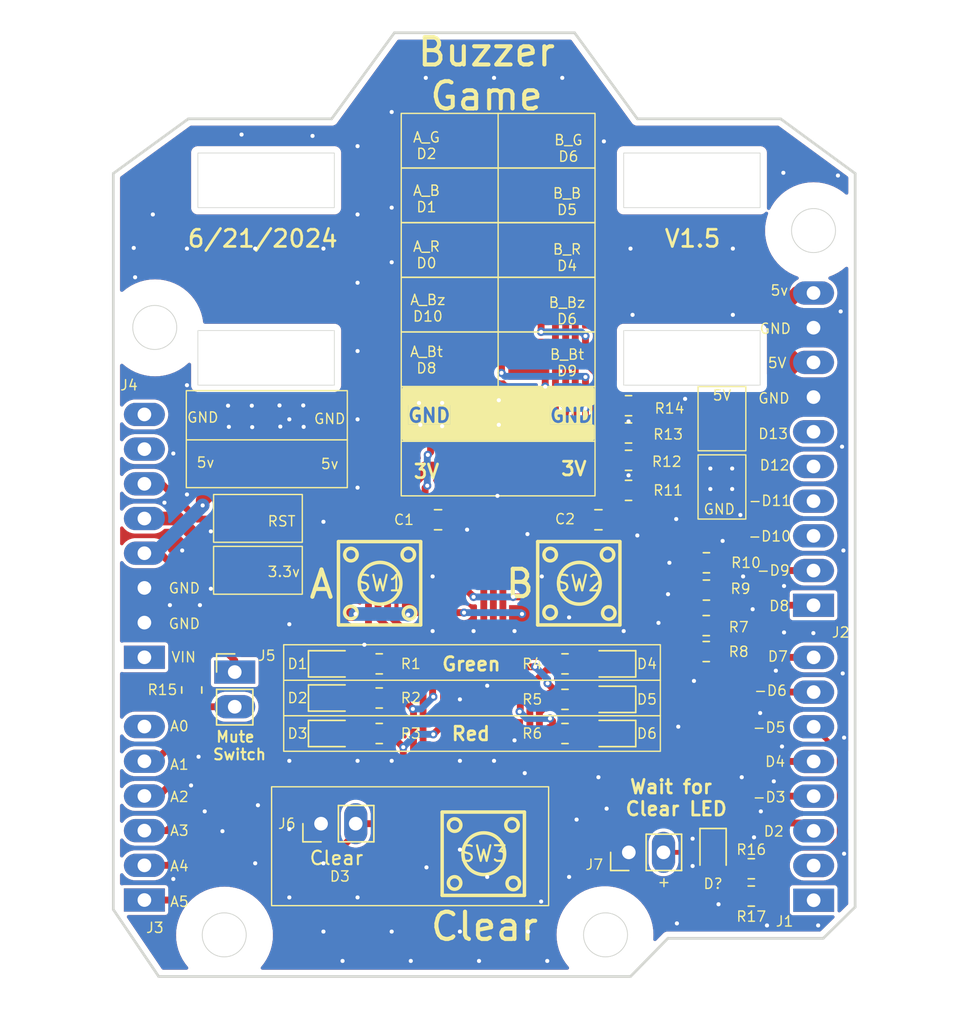
<source format=kicad_pcb>
(kicad_pcb (version 20240108) (generator "pcbnew") (generator_version "8.0")
  (layers (0 "F.Cu" signal) (31 "B.Cu" signal) (34 "B.Paste" user) (35 "F.Paste" user) (36 "B.SilkS" user "B.Silkscreen") (37 "F.SilkS" user "F.Silkscreen") (38 "B.Mask" user) (39 "F.Mask" user) (44 "Edge.Cuts" user))
  (net 0 "")
  (net 1 "GND")
  (net 2 "ICC2")
  (net 3 "ICC3")
  (net 4 "ICC4")
  (net 5 "LEDGND")
  (net 6 "ARED")
  (net 7 "ABLUE")
  (net 8 "AGREEN")
  (net 9 "BRED")
  (net 10 "BBLUE")
  (net 11 "BGREEN")
  (net 12 "ICC1")
  (net 13 "ICC5")
  (net 14 "ICC6")
  (net 15 "3v")
  (net 16 "A_Button")
  (net 17 "A_Buzzer")
  (net 18 "B_Buzzer")
  (net 19 "5V")
  (net 20 "RST")
  (net 21 "VIN")
  (net 22 "LEDGND1")
  (net 23 "B_Buzz_Out")
  (net 24 "A_Buzz_Out")
  (net 25 "B_Button1")
  (net 26 "Clear1")
  (net 27 "Net-(H12-Pin_5)")
  (net 28 "Net-(H12-Pin_6)")
  (net 29 "Net-(H13-Pin_4)")
  (net 30 "Mute")
  (net 31 "WaitforClear")
  (net 32 "WFC")
  (net 33 "ICC9")
  (footprint "Connector_PinHeader_2.54mm:PinHeader_1x02_P2.54mm_Vertical" (layer "F.Cu") (at 133.825 118.85 90)
    (property "Reference" "J6")
    (property "Value" " ")
  )
  (footprint "LED_SMD:LED_0805_2012Metric" (layer "F.Cu") (at 155.2 107.15 180)
    (property "Reference" "D4")
    (property "Value" "Green")
  )
  (footprint "Resistor_SMD:R_0805_2012Metric" (layer "F.Cu") (at 124.35 109.0625 -90)
    (property "Reference" "R15")
    (property "Value" "10R")
  )
  (footprint "Connector_PinHeader_2.54mm:PinHeader_1x07_P2.54mm_Vertical" (layer "F.Cu") (at 119.95 96.55 -90)
    (property "Reference" "J1" (hide yes))
    (property "Value" " " (hide yes))
  )
  (footprint "Connector_PinHeader_2.54mm:PinHeader_1x07_P2.54mm_Vertical" (layer "F.Cu") (at 119.95 100.35 -90)
    (property "Reference" "J1" (hide yes))
    (property "Value" " " (hide yes))
  )
  (footprint "Capacitor_SMD:C_0805_2012Metric" (layer "F.Cu") (at 154.15 96.6 180)
    (property "Reference" "C2")
    (property "Value" "10K")
  )
  (footprint "Resistor_SMD:R_0805_2012Metric" (layer "F.Cu") (at 165.35 122.15)
    (property "Reference" "R16")
    (property "Value" "10R")
  )
  (footprint "Resistor_SMD:R_0805_2012Metric" (layer "F.Cu") (at 151.7 109.75 180)
    (property "Reference" "R5")
    (property "Value" "10R")
  )
  (footprint "Resistor_SMD:R_0805_2012Metric" (layer "F.Cu") (at 162.0625 101.75 180)
    (property "Reference" "R9")
    (property "Value" "10K")
  )
  (footprint "Resistor_SMD:R_0805_2012Metric" (layer "F.Cu") (at 162.0625 99.75 180)
    (property "Reference" "R10")
    (property "Value" "10K")
  )
  (footprint "Resistor_SMD:R_0805_2012Metric" (layer "F.Cu") (at 156.35625 90.25 180)
    (property "Reference" "R13")
    (property "Value" "10K")
  )
  (footprint "Connector_PinHeader_2.54mm:PinHeader_1x07_P2.54mm_Vertical" (layer "F.Cu") (at 149.05 84.85 180)
    (property "Reference" "J1" (hide yes))
    (property "Value" " " (hide yes))
  )
  (footprint "Connector_PinHeader_2.54mm:PinHeader_1x08_P2.54mm_Vertical" (layer "F.Cu") (at 169.92 124.455 180)
    (property "Reference" "J1")
    (property "Value" " " (hide yes))
  )
  (footprint "Resistor_SMD:R_0805_2012Metric" (layer "F.Cu") (at 156.35625 88.25 180)
    (property "Reference" "R14")
    (property "Value" "10K")
  )
  (footprint "LED_SMD:LED_0805_2012Metric" (layer "F.Cu") (at 134.5875 112.25)
    (property "Reference" "D3")
    (property "Value" "Green")
  )
  (footprint "Connector_PinHeader_2.54mm:PinHeader_1x07_P2.54mm_Vertical" (layer "F.Cu") (at 155.15 93.55 -90)
    (property "Reference" "GND" (hide yes))
    (property "Value" " " (hide yes))
  )
  (footprint "Resistor_SMD:R_0805_2012Metric" (layer "F.Cu") (at 151.7 107.15 180)
    (property "Reference" "R4")
    (property "Value" "10R")
  )
  (footprint "Connector_PinHeader_2.54mm:PinHeader_1x08_P2.54mm_Vertical" (layer "F.Cu") (at 120.88 106.67 180)
    (property "Reference" "J4")
    (property "Value" " ")
  )
  (footprint "LED_SMD:LED_0805_2012Metric" (layer "F.Cu") (at 134.5875 109.65)
    (property "Reference" "D2")
    (property "Value" "Green")
  )
  (footprint "Resistor_SMD:R_0805_2012Metric" (layer "F.Cu") (at 162.05 104.35 180)
    (property "Reference" "R7")
    (property "Value" "10K")
  )
  (footprint "Connector_PinHeader_2.54mm:PinHeader_1x10_P2.54mm_Vertical" (layer "F.Cu") (at 169.91 102.86 180)
    (property "Reference" "J2")
    (property "Value" " ")
  )
  (footprint "Resistor_SMD:R_0805_2012Metric" (layer "F.Cu") (at 162.05 106.25 180)
    (property "Reference" "R8")
    (property "Value" "2K")
  )
  (footprint "Connector_PinHeader_2.54mm:PinHeader_1x07_P2.54mm_Vertical" (layer "F.Cu") (at 119.87 88.93 -90)
    (property "Reference" "GND" (hide yes))
    (property "Value" " " (hide yes))
  )
  (footprint "Resistor_SMD:R_0805_2012Metric" (layer "F.Cu") (at 156.35625 92.25 180)
    (property "Reference" "R12")
    (property "Value" "10K")
  )
  (footprint "easyeda:KEY-SMD_4P-L6.0-W6.0-P4.50-LS9.0" (layer "F.Cu") (at 145.75 121.05)
    (property "Reference" "SW3")
    (property "Value" " " (hide yes))
  )
  (footprint "LED_SMD:LED_0805_2012Metric" (layer "F.Cu") (at 155.2 112.25 180)
    (property "Reference" "D6")
    (property "Value" "Green")
  )
  (footprint "Resistor_SMD:R_0805_2012Metric" (layer "F.Cu") (at 138.0875 109.65)
    (property "Reference" "R2")
    (property "Value" "2K")
  )
  (footprint "Resistor_SMD:R_0805_2012Metric" (layer "F.Cu") (at 138.0875 112.25)
    (property "Reference" "R3")
    (property "Value" "2K")
  )
  (footprint "Connector_PinHeader_2.54mm:PinHeader_1x07_P2.54mm_Vertical" (layer "F.Cu") (at 131.62 100.53)
    (property "Reference" "J1" (hide yes))
    (property "Value" " " (hide yes))
  )
  (footprint "LED_SMD:LED_0805_2012Metric" (layer "F.Cu") (at 162.55 120.8875 -90)
    (property "Reference" "D?")
    (property "Value" "White" (hide yes))
  )
  (footprint "Connector_PinHeader_2.54mm:PinHeader_1x07_P2.54mm_Vertical" (layer "F.Cu") (at 123.64 88.91 -90)
    (property "Reference" "GND" (hide yes))
    (property "Value" " " (hide yes))
  )
  (footprint "Resistor_SMD:R_0805_2012Metric" (layer "F.Cu") (at 165.35 124.15)
    (property "Reference" "R17")
    (property "Value" "10R")
  )
  (footprint "easyeda:KEY-SMD_4P-L6.0-W6.0-P4.50-LS9.0" (layer "F.Cu") (at 138.15 101.25)
    (property "Reference" "SW1")
    (property "Value" " " (hide yes))
  )
  (footprint "Resistor_SMD:R_0805_2012Metric" (layer "F.Cu") (at 151.7 112.25 180)
    (property "Reference" "R6")
    (property "Value" "2K")
  )
  (footprint "Resistor_SMD:R_0805_2012Metric" (layer "F.Cu") (at 156.35625 94.45 180)
    (property "Reference" "R11")
    (property "Value" "10K")
  )
  (footprint "LED_SMD:LED_0805_2012Metric" (layer "F.Cu") (at 155.2 109.75 180)
    (property "Reference" "D5")
    (property "Value" "Green")
  )
  (footprint "Connector_PinHeader_2.54mm:PinHeader_1x06_P2.54mm_Vertical" (layer "F.Cu") (at 120.88 124.44 180)
    (property "Reference" "J3")
    (property "Value" " ")
  )
  (footprint "Connector_PinHeader_2.54mm:PinHeader_1x07_P2.54mm_Vertical" (layer "F.Cu") (at 127.82 100.53)
    (property "Reference" "J1" (hide yes))
    (property "Value" " " (hide yes))
  )
  (footprint "Resistor_SMD:R_0805_2012Metric" (layer "F.Cu") (at 138.0875 107.15)
    (property "Reference" "R1")
    (property "Value" "2K")
  )
  (footprint "easyeda:KEY-SMD_4P-L6.0-W6.0-P4.50-LS9.0" (layer "F.Cu") (at 152.75 101.25)
    (property "Reference" "SW2")
    (property "Value" " " (hide yes))
  )
  (footprint "LED_SMD:LED_0805_2012Metric" (layer "F.Cu") (at 134.5875 107.15)
    (property "Reference" "D1")
    (property "Value" "Green")
  )
  (footprint "Capacitor_SMD:C_0805_2012Metric" (layer "F.Cu") (at 142.4 96.6 180)
    (property "Reference" "C1")
    (property "Value" "10K")
  )
  (footprint "Connector_PinHeader_2.54mm:PinHeader_1x02_P2.54mm_Vertical" (layer "F.Cu") (at 127.5 107.75)
    (property "Reference" "J5")
    (property "Value" " ")
  )
  (footprint "Connector_PinHeader_2.54mm:PinHeader_1x07_P2.54mm_Vertical" (layer "F.Cu") (at 155.15 89.75 -90)
    (property "Reference" "J1" (hide yes))
    (property "Value" " " (hide yes))
  )
  (footprint "Connector_PinHeader_2.54mm:PinHeader_1x02_P2.54mm_Vertical" (layer "F.Cu") (at 156.375 120.95 90)
    (property "Reference" "J7")
    (property "Value" " ")
  )
  (footprint "Connector_PinHeader_2.54mm:PinHeader_1x07_P2.54mm_Vertical" (layer "F.Cu") (at 144.65 84.85 180)
    (property "Reference" "J1" (hide yes))
    (property "Value" " " (hide yes))
  )
  (gr_rect (start 131.0875 108.35) (end 158.6875 110.95) (stroke (width 0.1)) (fill none) (layer "F.SilkS"))
  (gr_rect (start 139.7 82.85) (end 153.9 86.85) (stroke (width 0.1)) (fill none) (layer "F.SilkS"))
  (gr_rect (start 161.45 86.85) (end 164.95 91.55) (stroke (width 0.1)) (fill none) (layer "F.SilkS"))
  (gr_rect (start 139.7 74.85) (end 153.9 78.85) (stroke (width 0.1)) (fill none) (layer "F.SilkS"))
  (gr_rect (start 123.95 87.15) (end 135.75 90.75) (stroke (width 0.1)) (fill none) (layer "F.SilkS"))
  (gr_rect (start 139.7 90.85) (end 153.9 94.85) (stroke (width 0.1)) (fill none) (layer "F.SilkS"))
  (gr_rect (start 139.7 86.85) (end 153.9 90.85) (stroke (width 0.1)) (fill none) (layer "F.SilkS"))
  (gr_rect (start 139.7 70.85) (end 153.9 74.85) (stroke (width 0.1)) (fill none) (layer "F.SilkS"))
  (gr_rect (start 131.0875 105.75) (end 158.6875 108.35) (stroke (width 0.1)) (fill none) (layer "F.SilkS"))
  (gr_rect (start 125.95 94.75) (end 132.45 98.25) (stroke (width 0.1)) (fill none) (layer "F.SilkS"))
  (gr_line (start 146.8 66.85) (end 146.8 86.85) (stroke (width 0.1)) (layer "F.SilkS"))
  (gr_rect (start 131.0875 110.95) (end 158.6875 113.55) (stroke (width 0.1)) (fill none) (layer "F.SilkS"))
  (gr_rect (start 130.2 116.15) (end 150.5 124.85) (stroke (width 0.1)) (fill none) (layer "F.SilkS"))
  (gr_rect (start 123.95 90.75) (end 135.75 94.25) (stroke (width 0.1)) (fill none) (layer "F.SilkS"))
  (gr_rect (start 161.45 91.85) (end 164.95 96.55) (stroke (width 0.1)) (fill none) (layer "F.SilkS"))
  (gr_rect (start 139.7 66.85) (end 153.9 70.85) (stroke (width 0.1)) (fill none) (layer "F.SilkS"))
  (gr_rect (start 125.95 98.55) (end 132.45 102.05) (stroke (width 0.1)) (fill none) (layer "F.SilkS"))
  (gr_rect (start 139.7 78.85) (end 153.9 82.85) (stroke (width 0.1)) (fill none) (layer "F.SilkS"))
  (gr_line (start 124.1 67.25) (end 118.6 71.25) (stroke (width 0.2)) (layer "Edge.Cuts"))
  (gr_rect (start 156 82.75) (end 166 86.75) (stroke (width 0.05)) (fill none) (layer "Edge.Cuts"))
  (gr_circle (center 126.73 126.99) (end 128.342452 126.99) (stroke (width 0.06)) (fill none) (layer "Edge.Cuts"))
  (gr_line (start 156.496 130.04) (end 159.24 127.244) (stroke (width 0.2)) (layer "Edge.Cuts"))
  (gr_line (start 167.5 67.25) (end 157 67.25) (stroke (width 0.2)) (layer "Edge.Cuts"))
  (gr_line (start 152.4 60.95) (end 139.2 60.95) (stroke (width 0.2)) (layer "Edge.Cuts"))
  (gr_line (start 157 67.25) (end 152.4 60.95) (stroke (width 0.2)) (layer "Edge.Cuts"))
  (gr_circle (center 169.91 75.43) (end 171.522452 75.43) (stroke (width 0.06)) (fill none) (layer "Edge.Cuts"))
  (gr_line (start 172.956 124.958) (end 172.96 71.25) (stroke (width 0.2)) (layer "Edge.Cuts"))
  (gr_line (start 118.6 71.25) (end 118.6 125.13) (stroke (width 0.2)) (layer "Edge.Cuts"))
  (gr_line (start 159.24 127.244) (end 170.621 127.244) (stroke (width 0.2)) (layer "Edge.Cuts"))
  (gr_rect (start 124.8 82.75) (end 134.8 86.75) (stroke (width 0.05)) (fill none) (layer "Edge.Cuts"))
  (gr_line (start 139.2 60.95) (end 134.6 67.25) (stroke (width 0.2)) (layer "Edge.Cuts"))
  (gr_line (start 172.96 71.25) (end 167.5 67.25) (stroke (width 0.2)) (layer "Edge.Cuts"))
  (gr_circle (center 121.64 82.522451) (end 123.252452 82.522451) (stroke (width 0.06)) (fill none) (layer "Edge.Cuts"))
  (gr_rect (start 124.8 69.75) (end 134.8 73.75) (stroke (width 0.05)) (fill none) (layer "Edge.Cuts"))
  (gr_line (start 170.621 127.244) (end 172.956 124.958) (stroke (width 0.2)) (layer "Edge.Cuts"))
  (gr_circle (center 154.67 126.99) (end 156.282452 126.99) (stroke (width 0.06)) (fill none) (layer "Edge.Cuts"))
  (gr_line (start 121.93 130.04) (end 156.496 130.04) (stroke (width 0.2)) (layer "Edge.Cuts"))
  (gr_rect (start 156 69.75) (end 166 73.75) (stroke (width 0.05)) (fill none) (layer "Edge.Cuts"))
  (gr_line (start 134.6 67.25) (end 124.1 67.25) (stroke (width 0.2)) (layer "Edge.Cuts"))
  (gr_line (start 118.6 125.13) (end 121.93 130.04) (stroke (width 0.2)) (layer "Edge.Cuts"))
  (gr_text "GND" (at 122.6 104.65 0) (layer "F.SilkS") (effects (font (size 0.75 0.75) (thickness 0.1)) (justify left bottom)))
  (gr_text "D7" (at 166.5 107.05 0) (layer "F.SilkS") (effects (font (size 0.75 0.75) (thickness 0.1)) (justify left bottom)))
  (gr_text "B_G\nD6" (at 151.95 70.45 0) (layer "F.SilkS") (effects (font (size 0.75 0.75) (thickness 0.1)) (justify bottom)))
  (gr_text "-D6" (at 165.5 109.55 0) (layer "F.SilkS") (effects (font (size 0.75 0.75) (thickness 0.1)) (justify left bottom)))
  (gr_text "-D10" (at 165.08 98.25 0) (layer "F.SilkS") (effects (font (size 0.75 0.75) (thickness 0.1)) (justify left bottom)))
  (gr_text "5V" (at 166.5 85.560522 0) (layer "F.SilkS") (effects (font (size 0.75 0.75) (thickness 0.1)) (justify left bottom)))
  (gr_text "A_G\nD2" (at 141.55 70.25 0) (layer "F.SilkS") (effects (font (size 0.75 0.75) (thickness 0.1)) (justify bottom)))
  (gr_text "B_Bz\nD6" (at 151.85 82.35 0) (layer "F.SilkS") (effects (font (size 0.75 0.75) (thickness 0.1)) (justify bottom)))
  (gr_text "Red" (at 143.2875 112.85 0) (layer "F.SilkS") (effects (font (size 1 1) (thickness 0.2) (bold yes)) (justify left bottom)))
  (gr_text "A5" (at 122.7 125 0) (layer "F.SilkS") (effects (font (size 0.75 0.75) (thickness 0.1)) (justify left bottom)))
  (gr_text "GND" (at 123.95 89.55 0) (layer "F.SilkS") (effects (font (size 0.75 0.75) (thickness 0.1)) (justify left bottom)))
  (gr_text "D4" (at 166.3 114.75 0) (layer "F.SilkS") (effects (font (size 0.75 0.75) (thickness 0.1)) (justify left bottom)))
  (gr_text "5v" (at 124.65 92.85 0) (layer "F.SilkS") (effects (font (size 0.75 0.75) (thickness 0.1)) (justify left bottom)))
  (gr_text "GND" (at 141.75 89.55 0) (layer "F.SilkS" knockout) (effects (font (size 1 1) (thickness 0.2) (bold yes)) (justify bottom)))
  (gr_text "5V" (at 162.460679 87.932177 0) (layer "F.SilkS") (effects (font (size 0.75 0.75) (thickness 0.1)) (justify left bottom)))
  (gr_text "A1" (at 122.7 114.960522 0) (layer "F.SilkS") (effects (font (size 0.75 0.75) (thickness 0.1)) (justify left bottom)))
  (gr_text "A_B\nD1" (at 141.55 74.15 0) (layer "F.SilkS") (effects (font (size 0.75 0.75) (thickness 0.1)) (justify bottom)))
  (gr_text "A_Bt\nD8" (at 141.55 85.95 0) (layer "F.SilkS") (effects (font (size 0.75 0.75) (thickness 0.1)) (justify bottom)))
  (gr_text "D3" (at 136 123.15 0) (layer "F.SilkS") (effects (font (size 0.75 0.75) (thickness 0.1)) (justify right bottom)))
  (gr_text "Buzzer\nGame" (at 145.95 66.75 0) (layer "F.SilkS") (effects (font (size 2 2) (thickness 0.3)) (justify bottom)))
  (gr_text "GND" (at 161.796393 96.267893 0) (layer "F.SilkS") (effects (font (size 0.75 0.75) (thickness 0.1)) (justify left bottom)))
  (gr_text "GND" (at 122.6 102.05 0) (layer "F.SilkS") (effects (font (size 0.75 0.75) (thickness 0.1)) (justify left bottom)))
  (gr_text "A0" (at 122.7 112.15 0) (layer "F.SilkS") (effects (font (size 0.75 0.75) (thickness 0.1)) (justify left bottom)))
  (gr_text "Clear" (at 141.7 127.55 0) (layer "F.SilkS") (effects (font (size 2 2) (thickness 0.3)) (justify left bottom)))
  (gr_text "D13" (at 165.8 90.75 0) (layer "F.SilkS") (effects (font (size 0.75 0.75) (thickness 0.1)) (justify left bottom)))
  (gr_text "B_B\nD5" (at 151.85 74.35 0) (layer "F.SilkS") (effects (font (size 0.75 0.75) (thickness 0.1)) (justify bottom)))
  (gr_text "GND" (at 133.25 89.65 0) (layer "F.SilkS") (effects (font (size 0.75 0.75) (thickness 0.1)) (justify left bottom)))
  (gr_text "Clear" (at 132.9 121.95 0) (layer "F.SilkS") (effects (font (size 1 1)) (justify left bottom)))
  (gr_text "A" (at 132.8 102.5 0) (layer "F.SilkS") (effects (font (size 2 2) (thickness 0.3)) (justify left bottom)))
  (gr_text "A2" (at 122.7 117.324807 0) (layer "F.SilkS") (effects (font (size 0.75 0.75) (thickness 0.1)) (justify left bottom)))
  (gr_text "B" (at 147.2 102.45 0) (layer "F.SilkS") (effects (font (size 2 2) (thickness 0.3)) (justify left bottom)))
  (gr_text "-D5" (at 165.4 112.25 0) (layer "F.SilkS") (effects (font (size 0.75 0.75) (thickness 0.1)) (justify left bottom)))
  (gr_text "3V" (at 141.55 93.65 0) (layer "F.SilkS") (effects (font (size 1 1) (thickness 0.2) (bold yes)) (justify bottom)))
  (gr_text "GND" (at 165.9 83.05 0) (layer "F.SilkS") (effects (font (size 0.75 0.75) (thickness 0.1)) (justify left bottom)))
  (gr_text "A_Bz\nD10" (at 141.65 82.15 0) (layer "F.SilkS") (effects (font (size 0.75 0.75) (thickness 0.1)) (justify bottom)))
  (gr_text "B_Bt\nD9" (at 151.85 86.15 0) (layer "F.SilkS") (effects (font (size 0.75 0.75) (thickness 0.1)) (justify bottom)))
  (gr_text "B_R\nD4" (at 151.85 78.45 0) (layer "F.SilkS") (effects (font (size 0.75 0.75) (thickness 0.1)) (justify bottom)))
  (gr_text "A3" (at 122.7 119.8 0) (layer "F.SilkS") (effects (font (size 0.75 0.75) (thickness 0.1)) (justify left bottom)))
  (gr_text "VIN" (at 122.8 107.1 0) (layer "F.SilkS") (effects (font (size 0.75 0.75) (thickness 0.1)) (justify left bottom)))
  (gr_text "D2" (at 166.2 119.85 0) (layer "F.SilkS") (effects (font (size 0.75 0.75) (thickness 0.1)) (justify left bottom)))
  (gr_text "5v" (at 133.75 92.95 0) (layer "F.SilkS") (effects (font (size 0.75 0.75) (thickness 0.1)) (justify left bottom)))
  (gr_text "V1.5" (at 161.05 76.75 0) (layer "F.SilkS") (effects (font (size 1.25 1.25) (thickness 0.2)) (justify bottom)))
  (gr_text "Wait for \nClear LED" (at 159.85 118.35 0) (layer "F.SilkS") (effects (font (size 1 1) (thickness 0.2) (bold yes)) (justify bottom)))
  (gr_text "A_R\nD0" (at 141.55 78.25 0) (layer "F.SilkS") (effects (font (size 0.75 0.75) (thickness 0.1)) (justify bottom)))
  (gr_text "-D3" (at 165.4 117.35 0) (layer "F.SilkS") (effects (font (size 0.75 0.75) (thickness 0.1)) (justify left bottom)))
  (gr_text "3V" (at 152.35 93.45 0) (layer "F.SilkS") (effects (font (size 1 1) (thickness 0.2) (bold yes)) (justify bottom)))
  (gr_text "5v" (at 166.7 80.25 0) (layer "F.SilkS") (effects (font (size 0.75 0.75) (thickness 0.1)) (justify left bottom)))
  (gr_text "RST" (at 129.85 97.15 0) (layer "F.SilkS") (effects (font (size 0.75 0.75) (thickness 0.1)) (justify left bottom)))
  (gr_text "GND" (at 165.8 88.15 0) (layer "F.SilkS") (effects (font (size 0.75 0.75) (thickness 0.1)) (justify left bottom)))
  (gr_text "+" (at 158.95 123.55 0) (layer "F.SilkS") (effects (font (size 0.75 0.75) (thickness 0.1)) (justify bottom)))
  (gr_text "3.3v" (at 129.85 100.85 0) (layer "F.SilkS") (effects (font (size 0.75 0.75) (thickness 0.1)) (justify left bottom)))
  (gr_text "D12" (at 165.9 93.05 0) (layer "F.SilkS") (effects (font (size 0.75 0.75) (thickness 0.1)) (justify left bottom)))
  (gr_text "-D9" (at 165.7 100.75 0) (layer "F.SilkS") (effects (font (size 0.75 0.75) (thickness 0.1)) (justify left bottom)))
  (gr_text "Mute \nSwitch" (at 127.85 114.25 0) (layer "F.SilkS") (effects (font (size 0.8 0.8) (thickness 0.15) (bold yes)) (justify bottom)))
  (gr_text "6/21/2024" (at 129.55 76.75 0) (layer "F.SilkS") (effects (font (size 1.25 1.25) (thickness 0.2)) (justify bottom)))
  (gr_text "A4" (at 122.7 122.4 0) (layer "F.SilkS") (effects (font (size 0.75 0.75) (thickness 0.1)) (justify left bottom)))
  (gr_text "GND" (at 152.15 89.55 0) (layer "F.SilkS" knockout) (effects (font (size 1 1) (thickness 0.2) (bold yes)) (justify bottom)))
  (gr_text "Green" (at 142.5875 107.75 0) (layer "F.SilkS") (effects (font (size 1 1) (thickness 0.2) (bold yes)) (justify left bottom)))
  (gr_text "-D11" (at 165.1 95.65 0) (layer "F.SilkS") (effects (font (size 0.75 0.75) (thickness 0.1)) (justify left bottom)))
  (gr_text "D8" (at 166.6 103.35 0) (layer "F.SilkS") (effects (font (size 0.75 0.75) (thickness 0.1)) (justify left bottom)))
  (segment (start 143.275 96.675) (end 143.875 96.675) (width 0.5) (layer "F.Cu") (net 1))
  (segment (start 143.875 96.675) (end 144.525 97.325) (width 0.5) (layer "F.Cu") (net 1))
  (segment (start 153.15 97.05) (end 153.1 97.05) (width 0.5) (layer "F.Cu") (net 1))
  (segment (start 149.95 123.3) (end 149.95 124.55) (width 0.5) (layer "F.Cu") (net 1))
  (segment (start 157.26875 88.4875) (end 156.35625 89.4) (width 0.5) (layer "F.Cu") (net 1))
  (segment (start 157.26875 94.2625) (end 156.35625 93.35) (width 0.5) (layer "F.Cu") (net 1))
  (segment (start 141.55 123.3) (end 141.55 122.05) (width 0.5) (layer "F.Cu") (net 1))
  (via (at 171.7 71.4) (size 0.6) (drill 0.3) (layers "F.Cu" "B.Cu") (net 1))
  (via (at 136.5 84.25) (size 0.6) (drill 0.3) (layers "F.Cu" "B.Cu") (net 1))
  (via (at 131.5 89.25) (size 0.6) (drill 0.3) (layers "F.Cu" "B.Cu") (net 1))
  (via (at 160 111.75) (size 0.6) (drill 0.3) (layers "F.Cu" "B.Cu") (net 1))
  (via (at 164.55 96.25) (size 0.6) (drill 0.3) (layers "F.Cu" "B.Cu") (net 1))
  (via (at 134 76.75) (size 0.6) (drill 0.3) (layers "F.Cu" "B.Cu") (net 1))
  (via (at 152 122.75) (size 0.6) (drill 0.3) (layers "F.Cu" "B.Cu") (net 1))
  (via (at 128.78 89.82) (size 0.6) (drill 0.3) (layers "F.Cu" "B.Cu") (net 1))
  (via (at 137 105.75) (size 0.6) (drill 0.3) (layers "F.Cu" "B.Cu") (net 1))
  (via (at 166.5 126.3) (size 0.6) (drill 0.3) (layers "F.Cu" "B.Cu") (net 1))
  (via (at 136.5 69.25) (size 0.6) (drill 0.3) (layers "F.Cu" "B.Cu") (net 1))
  (via (at 149.95 124.55) (size 0.6) (drill 0.3) (layers "F.Cu" "B.Cu") (net 1))
  (via (at 163.95 92.85) (size 0.6) (drill 0.3) (layers "F.Cu" "B.Cu") (net 1))
  (via (at 130.78 88.23) (size 0.6) (drill 0.3) (layers "F.Cu" "B.Cu") (net 1))
  (via (at 144 120.75) (size 0.6) (drill 0.3) (layers "F.Cu" "B.Cu") (net 1))
  (via (at 125.75 97.45) (size 0.6) (drill 0.3) (layers "F.Cu" "B.Cu") (net 1))
  (via (at 166 110.75) (size 0.6) (drill 0.3) (layers "F.Cu" "B.Cu") (net 1))
  (via (at 141.1 89.65) (size 0.6) (drill 0.3) (layers "F.Cu" "B.Cu") (net 1))
  (via (at 128.75 88.25) (size 0.6) (drill 0.3) (layers "F.Cu" "B.Cu") (net 1))
  (via (at 167.75 104.85) (size 0.6) (drill 0.3) (layers "F.Cu" "B.Cu") (net 1))
  (via (at 145 104.75) (size 0.6) (drill 0.3) (layers "F.Cu" "B.Cu") (net 1))
  (via (at 150 100.75) (size 0.6) (drill 0.3) (layers "F.Cu" "B.Cu") (net 1))
  (via (at 140.4 128.9) (size 0.6) (drill 0.3) (layers "F.Cu" "B.Cu") (net 1))
  (via (at 124 94.75) (size 0.6) (drill 0.3) (layers "F.Cu" "B.Cu") (net 1))
  (via (at 162.95 124.75) (size 0.6) (drill 0.3) (layers "F.Cu" "B.Cu") (net 1))
  (via (at 134 96.75) (size 0.6) (drill 0.3) (layers "F.Cu" "B.Cu") (net 1))
  (via (at 148.95 97.65) (size 0.6) (drill 0.3) (layers "F.Cu" "B.Cu") (net 1))
  (via (at 124.85 113.95) (size 0.6) (drill 0.3) (layers "F.Cu" "B.Cu") (net 1))
  (via (at 165.55 119.85) (size 0.6) (drill 0.3) (layers "F.Cu" "B.Cu") (net 1))
  (via (at 152 103.75) (size 0.6) (drill 0.3) (layers "F.Cu" "B.Cu") (net 1))
  (via (at 130.84 89.78) (size 0.6) (drill 0.3) (layers "F.Cu" "B.Cu") (net 1))
  (via (at 167.15 107.65) (size 0.6) (drill 0.3) (layers "F.Cu" "B.Cu") (net 1))
  (via (at 136.5 124.25) (size 0.6) (drill 0.3) (layers "F.Cu" "B.Cu") (net 1))
  (via (at 144 126.75) (size 0.6) (drill 0.3) (layers "F.Cu" "B.Cu") (net 1))
  (via (at 134 121.75) (size 0.6) (drill 0.3) (layers "F.Cu" "B.Cu") (net 1))
  (via (at 167.6 113.2) (size 0.6) (drill 0.3) (layers "F.Cu" "B.Cu") (net 1))
  (via (at 156.65 81.6) (size 0.6) (drill 0.3) (layers "F.Cu" "B.Cu") (net 1))
  (via (at 129.2 117.5) (size 0.6) (drill 0.3) (layers "F.Cu" "B.Cu") (net 1))
  (via (at 131.5 119.25) (size 0.6) (drill 0.3) (layers "F.Cu" "B.Cu") (net 1))
  (via (at 167.7 71.2) (size 0.6) (drill 0.3) (layers "F.Cu" "B.Cu") (net 1))
  (via (at 172 91.25) (size 0.6) (drill 0.3) (layers "F.Cu" "B.Cu") (net 1))
  (via (at 146.85 89.65) (size 0.6) (drill 0.3) (layers "F.Cu" "B.Cu") (net 1))
  (via (at 161.05 121.95) (size 0.6) (drill 0.3) (layers "F.Cu" "B.Cu") (net 1))
  (via (at 139 126.75) (size 0.6) (drill 0.3) (layers "F.Cu" "B.Cu") (net 1))
  (via (at 157 97.75) (size 0.6) (drill 0.3) (layers "F.Cu" "B.Cu") (net 1))
  (via (at 171.9 81.35) (size 0.6) (drill 0.3) (layers "F.Cu" "B.Cu") (net 1))
  (via (at 172.15 121.05) (size 0.6) (drill 0.3) (layers "F.Cu" "B.Cu") (net 1))
  (via (at 145.4 128.9) (size 0.6) (drill 0.3) (layers "F.Cu" "B.Cu") (net 1))
  (via (at 144 114.25) (size 0.6) (drill 0.3) (layers "F.Cu" "B.Cu") (net 1))
  (via (at 120.1 76.7) (size 0.6) (drill 0.3) (layers "F.Cu" "B.Cu") (net 1))
  (via (at 134 126.75) (size 0.6) (drill 0.3) (layers "F.Cu" "B.Cu") (net 1))
  (via (at 125.3 117.95) (size 0.6) (drill 0.3) (layers "F.Cu" "B.Cu") (net 1))
  (via (at 129 121.75) (size 0.6) (drill 0.3) (layers "F.Cu" "B.Cu") (net 1))
  (via (at 136.5 89.25) (size 0.6) (drill 0.3) (layers "F.Cu" "B.Cu") (net 1))
  (via (at 169.9 104.9) (size 0.6) (drill 0.3) (layers "F.Cu" "B.Cu") (net 1))
  (via (at 136.5 94.25) (size 0.6) (drill 0.3) (layers "F.Cu" "B.Cu") (net 1))
  (via (at 142 100.75) (size 0.6) (drill 0.3) (layers "F.Cu" "B.Cu") (net 1))
  (via (at 131.5 124.25) (size 0.6) (drill 0.3) (layers "F.Cu" "B.Cu") (net 1))
  (via (at 164 81.6) (size 0.6) (drill 0.3) (layers "F.Cu" "B.Cu") (net 1))
  (via (at 158.55 104.15) (size 0.6) (drill 0.3) (layers "F.Cu" "B.Cu") (net 1))
  (via (at 139 77.75) (size 0.6) (drill 0.3) (layers "F.Cu" "B.Cu") (net 1))
  (via (at 172.05 107.85) (size 0.6) (drill 0.3) (layers "F.Cu" "B.Cu") (net 1))
  (via (at 166.05 117.95) (size 0.6) (drill 0.3) (layers "F.Cu" "B.Cu") (net 1))
  (via (at 159.35 99.75) (size 0.6) (drill 0.3) (layers "F.Cu" "B.Cu") (net 1))
  (via (at 141.55 122.05) (size 0.6) (drill 0.3) (layers "F.Cu" "B.Cu") (net 1))
  (via (at 139 73.75) (size 0.6) (drill 0.3) (layers "F.Cu" "B.Cu") (net 1))
  (via (at 122.35 95.35) (size 0.6) (drill 0.3) (layers "F.Cu" "B.Cu") (net 1))
  (via (at 131.5 114.25) (size 0.6) (drill 0.3) (layers "F.Cu" "B.Cu") (net 1))
  (via (at 152.55 118.55) (size 0.6) (drill 0.3) (layers "F.Cu" "B.Cu") (net 1))
  (via (at 154.15 115.45) (size 0.6) (drill 0.3) (layers "F.Cu" "B.Cu") (net 1))
  (via (at 148 104.75) (size 0.6) (drill 0.3) (layers "F.Cu" "B.Cu") (net 1))
  (via (at 150.4 128.9) (size 0.6) (drill 0.3) (layers "F.Cu" "B.Cu") (net 1))
  (via (at 161.15 108.4) (size 0.6) (drill 0.3) (layers "F.Cu" "B.Cu") (net 1))
  (via (at 122.75 102.85) (size 0.6) (drill 0.3) (layers "F.Cu" "B.Cu") (net 1))
  (via (at 161.05 119.95) (size 0.6) (drill 0.3) (layers "F.Cu" "B.Cu") (net 1))
  (via (at 159.9 126.15) (size 0.6) (drill 0.3) (layers "F.Cu" "B.Cu") (net 1))
  (via (at 123.65 98.85) (size 0.6) (drill 0.3) (layers "F.Cu" "B.Cu") (net 1))
  (via (at 133.2 68.5) (size 0.6) (drill 0.3) (layers "F.Cu" "B.Cu") (net 1))
  (via (at 149 126.75) (size 0.6) (drill 0.3) (layers "F.Cu" "B.Cu") (net 1))
  (via (at 132.55 89.8) (size 0.6) (drill 0.3) (layers "F.Cu" "B.Cu") (net 1))
  (via (at 165.45 103.15) (size 0.6) (drill 0.3) (layers "F.Cu" "B.Cu") (net 1))
  (via (at 142.7 88.05) (size 0.6) (drill 0.3) (layers "F.Cu" "B.Cu") (net 1))
  (via (at 141 88.05) (size 0.6) (drill 0.3) (layers "F.Cu" "B.Cu") (net 1))
  (via (at 156.35625 89.4) (size 0.6) (drill 0.3) (layers "F.Cu" "B.Cu") (net 1))
  (via (at 132.52 88.23) (size 0.6) (drill 0.3) (layers "F.Cu" "B.Cu") (net 1))
  (via (at 142 104.75) (size 0.6) (drill 0.3) (layers "F.Cu" "B.Cu") (net 1))
  (via (at 136.5 74.25) (size 0.6) (drill 0.3) (layers "F.Cu" "B.Cu") (net 1))
  (via (at 172.1 98.85) (size 0.6) (drill 0.3) (layers "F.Cu" "B.Cu") (net 1))
  (via (at 128 68.4) (size 0.6) (drill 0.3) (layers "F.Cu" "B.Cu") (net 1))
  (via (at 135.4 128.9) (size 0.6) (drill 0.3) (layers "F.Cu" "B.Cu") (net 1))
  (via (at 172.15 112.55) (size 0.6) (drill 0.3) (layers "F.Cu" "B.Cu") (net 1))
  (via (at 167.75 101.45) (size 0.6) (drill 0.3) (layers "F.Cu" "B.Cu") (net 1))
  (via (at 139 66.75) (size 0.6) (drill 0.3) (layers "F.Cu" "B.Cu") (net 1))
  (via (at 162.35 92.85) (size 0.6) (drill 0.3) (layers "F.Cu" "B.Cu") (net 1))
  (via (at 123 91.75) (size 0.6) (drill 0.3) (layers "F.Cu" "B.Cu") (net 1))
  (via (at 126.6 119.4) (size 0.6) (drill 0.3) (layers "F.Cu" "B.Cu") (net 1))
  (via (at 164.75 100.75) (size 0.6) (drill 0.3) (layers "F.Cu" "B.Cu") (net 1))
  (via (at 164.65 115.45) (size 0.6) (drill 0.3) (layers "F.Cu" "B.Cu") (net 1))
  (via (at 121.5 74.25) (size 0.6) (drill 0.3) (layers "F.Cu" "B.Cu") (net 1))
  (via (at 160.5 87.75) (size 0.6) (drill 0.3) (layers "F.Cu" "B.Cu") (net 1))
  (via (at 159.85 96.55) (size 0.6) (drill 0.3) (layers "F.Cu" "B.Cu") (net 1))
  (via (at 164 76.75) (size 0.6) (drill 0.3) (layers "F.Cu" "B.Cu") (net 1))
  (via (at 146 108.75) (size 0.6) (drill 0.3) (layers "F.Cu" "B.Cu") (net 1))
  (via (at 131.5 104.25) (size 0.6) (drill 0.3) (layers "F.Cu" "B.Cu") (net 1))
  (via (at 125.75 101.65) (size 0.6) (drill 0.3) (layers "F.Cu" "B.Cu") (net 1))
  (via (at 162.35 94.35) (size 0.6) (drill 0.3) (layers "F.Cu" "B.Cu") (net 1))
  (via (at 124 76.75) (size 0.6) (drill 0.3) (layers "F.Cu" "B.Cu") (net 1))
  (via (at 124.95 102.85) (size 0.6) (drill 0.3) (layers "F.Cu" "B.Cu") (net 1))
  (via (at 170.25 126.3) (size 0.6) (drill 0.3) (layers "F.Cu" "B.Cu") (net 1))
  (via (at 146.5 64.25) (size 0.6) (drill 0.3) (layers "F.Cu" "B.Cu") (net 1))
  (via (at 151.5 64.25) (size 0.6) (drill 0.3) (layers "F.Cu" "B.Cu") (net 1))
  (via (at 136.5 79.25) (size 0.6) (drill 0.3) (layers "F.Cu" "B.Cu") (net 1))
  (via (at 127.01 88.25) (size 0.6) (drill 0.3) (layers "F.Cu" "B.Cu") (net 1))
  (via (at 154.75 117.75) (size 0.6) (drill 0.3) (layers "F.Cu" "B.Cu") (net 1))
  (via (at 159.25 102.05) (size 0.6) (drill 0.3) (layers "F.Cu" "B.Cu") (net 1))
  (via (at 163.25 98.15) (size 0.6) (drill 0.3) (layers "F.Cu" "B.Cu") (net 1))
  (via (at 154.55 68.9) (size 0.6) (drill 0.3) (layers "F.Cu" "B.Cu") (net 1))
  (via (at 141.5 64.25) (size 0.6) (drill 0.3) (layers "F.Cu" "B.Cu") (net 1))
  (via (at 124.3 116.05) (size 0.6) (drill 0.3) (layers "F.Cu" "B.Cu") (net 1))
  (via (at 129 76.75) (size 0.6) (drill 0.3) (layers "F.Cu" "B.Cu") (net 1))
  (via (at 139 114.25) (size 0.6) (drill 0.3) (layers "F.Cu" "B.Cu") (net 1))
  (via (at 136.5 114.25) (size 0.6) (drill 0.3) (layers "F.Cu" "B.Cu") (net 1))
  (via (at 156.5 76.75) (size 0.6) (drill 0.3) (layers "F.Cu" "B.Cu") (net 1))
  (via (at 127.07 89.8) (size 0.6) (drill 0.3) (layers "F.Cu" "B.Cu") (net 1))
  (via (at 146.5 114.25) (size 0.6) (drill 0.3) (layers "F.Cu" "B.Cu") (net 1))
  (via (at 163.95 94.35) (size 0.6) (drill 0.3) (layers "F.Cu" "B.Cu") (net 1))
  (via (at 144.525 97.325) (size 0.6) (drill 0.3) (layers "F.Cu" "B.Cu") (net 1))
  (via (at 148.75 115.15) (size 0.6) (drill 0.3) (layers "F.Cu" "B.Cu") (net 1))
  (via (at 142.7 89.75) (size 0.6) (drill 0.3) (layers "F.Cu" "B.Cu") (net 1))
  (via (at 146.85 87.85) (size 0.6) (drill 0.3) (layers "F.Cu" "B.Cu") (net 1))
  (via (at 156 104.75) (size 0.6) (drill 0.3) (layers "F.Cu" "B.Cu") (net 1))
  (via (at 124 86.75) (size 0.6) (drill 0.3) (layers "F.Cu" "B.Cu") (net 1))
  (via (at 167 115.75) (size 0.6) (drill 0.3) (layers "F.Cu" "B.Cu") (net 1))
  (via (at 123 122.9) (size 0.6) (drill 0.3) (layers "F.Cu" "B.Cu") (net 1))
  (via (at 120.2 78.85) (size 0.6) (drill 0.3) (layers "F.Cu" "B.Cu") (net 1))
  (via (at 156.35625 93.35) (size 0.6) (drill 0.3) (layers "F.Cu" "B.Cu") (net 1))
  (via (at 148 112.75) (size 0.6) (drill 0.3) (layers "F.Cu" "B.Cu") (net 1))
  (via (at 146.75 94.85) (size 0.6) (drill 0.3) (layers "F.Cu" "B.Cu") (net 1))
  (via (at 146 122.75) (size 0.6) (drill 0.3) (layers "F.Cu" "B.Cu") (net 1))
  (via (at 144 109.75) (size 0.6) (drill 0.3) (layers "F.Cu" "B.Cu") (net 1))
  (segment (start 135.525 109.65) (end 137.175 109.65) (width 0.5) (layer "F.Cu") (net 2))
  (segment (start 135.525 112.25) (end 137.175 112.25) (width 0.5) (layer "F.Cu") (net 3))
  (segment (start 152.6125 107.15) (end 154.2625 107.15) (width 0.5) (layer "F.Cu") (net 4))
  (segment (start 133.65 112.25) (end 133.65 107.15) (width 0.5) (layer "F.Cu") (net 5))
  (segment (start 139.85 114.460661) (end 139.310661 115) (width 0.5) (layer "F.Cu") (net 6))
  (segment (start 138.7 103.4701) (end 138.7 79.95) (width 0.5) (layer "F.Cu") (net 6))
  (segment (start 142.05 112.31) (end 142.8 111.56) (width 0.5) (layer "F.Cu") (net 6))
  (segment (start 142.8 111.56) (end 142.8 107.5701) (width 0.5) (layer "F.Cu") (net 6))
  (segment (start 123.75 115) (end 121.93 116.82) (width 0.5) (layer "F.Cu") (net 6))
  (segment (start 141.8 76.85) (end 144.65 76.85) (width 0.5) (layer "F.Cu") (net 6))
  (segment (start 139.85 113.25) (end 139.85 114.460661) (width 0.5) (layer "F.Cu") (net 6))
  (segment (start 142.8 107.5701) (end 138.7 103.4701) (width 0.5) (layer "F.Cu") (net 6))
  (segment (start 139.310661 115) (end 123.75 115) (width 0.5) (layer "F.Cu") (net 6))
  (segment (start 121.93 116.82) (end 120.88 116.82) (width 0.5) (layer "F.Cu") (net 6))
  (segment (start 138.7 79.95) (end 141.8 76.85) (width 0.5) (layer "F.Cu") (net 6))
  (segment (start 139 112.4) (end 139.85 113.25) (width 0.5) (layer "F.Cu") (net 6))
  (segment (start 139 112.25) (end 139 112.4) (width 0.5) (layer "F.Cu") (net 6))
  (via (at 142.05 112.31) (size 0.6) (drill 0.3) (layers "F.Cu" "B.Cu") (net 6))
  (via (at 139.85 113.25) (size 0.6) (drill 0.3) (layers "F.Cu" "B.Cu") (net 6))
  (segment (start 142.05 112.31) (end 140.79 112.31) (width 0.5) (layer "B.Cu") (net 6))
  (segment (start 140.79 112.31) (end 139.85 113.25) (width 0.5) (layer "B.Cu") (net 6))
  (segment (start 138 103.76005) (end 138 76.75) (width 0.5) (layer "F.Cu") (net 7))
  (segment (start 140.6 114.28995) (end 140.6 114) (width 0.5) (layer "F.Cu") (net 7))
  (segment (start 139 109.65) (end 139.75 109.65) (width 0.5) (layer "F.Cu") (net 7))
  (segment (start 142 107.76005) (end 138 103.76005) (width 0.5) (layer "F.Cu") (net 7))
  (segment (start 140.6 114) (end 140.6 114.700611) (width 0.5) (layer "F.Cu") (net 7))
  (segment (start 140.6 114.700611) (end 139.60061 115.7) (width 0.5) (layer "F.Cu") (net 7))
  (segment (start 126.2 115.7) (end 122.54 119.36) (width 0.5) (layer "F.Cu") (net 7))
  (segment (start 138 76.75) (end 141.9 72.85) (width 0.5) (layer "F.Cu") (net 7))
  (segment (start 142 109.51) (end 142 107.76005) (width 0.5) (layer "F.Cu") (net 7))
  (segment (start 139.60061 115.7) (end 126.2 115.7) (width 0.5) (layer "F.Cu") (net 7))
  (segment (start 142.05 109.56) (end 142 109.51) (width 0.5) (layer "F.Cu") (net 7))
  (segment (start 139.75 109.65) (end 140.55 110.45) (width 0.5) (layer "F.Cu") (net 7))
  (segment (start 141.9 72.85) (end 144.65 72.85) (width 0.5) (layer "F.Cu") (net 7))
  (segment (start 140.6 110.5) (end 140.55 110.45) (width 0.5) (layer "F.Cu") (net 7))
  (segment (start 140.6 114) (end 140.6 110.5) (width 0.5) (layer "F.Cu") (net 7))
  (segment (start 122.54 119.36) (end 120.88 119.36) (width 0.5) (layer "F.Cu") (net 7))
  (via (at 140.55 110.45) (size 0.6) (drill 0.3) (layers "F.Cu" "B.Cu") (net 7))
  (via (at 142.05 109.56) (size 0.6) (drill 0.3) (layers "F.Cu" "B.Cu") (net 7))
  (segment (start 141.16 110.45) (end 142.05 109.56) (width 0.5) (layer "B.Cu") (net 7))
  (segment (start 140.55 110.45) (end 141.16 110.45) (width 0.5) (layer "B.Cu") (net 7))
  (segment (start 137.3 73.45) (end 141.9 68.85) (width 0.5) (layer "F.Cu") (net 8))
  (segment (start 122.65 121.9) (end 120.88 121.9) (width 0.5) (layer "F.Cu") (net 8))
  (segment (start 141.9 68.85) (end 144.65 68.85) (width 0.5) (layer "F.Cu") (net 8))
  (segment (start 128.15 116.4) (end 122.65 121.9) (width 0.5) (layer "F.Cu") (net 8))
  (segment (start 139 107.15) (end 139 106.45) (width 0.5) (layer "F.Cu") (net 8))
  (segment (start 141.3 108.05) (end 140.4 107.15) (width 0.5) (layer "F.Cu") (net 8))
  (segment (start 139 106.45) (end 137.3 104.75) (width 0.5) (layer "F.Cu") (net 8))
  (segment (start 139.890559 116.4) (end 128.15 116.4) (width 0.5) (layer "F.Cu") (net 8))
  (segment (start 137.3 104.75) (end 137.3 73.45) (width 0.5) (layer "F.Cu") (net 8))
  (segment (start 141.299999 114.990561) (end 139.890559 116.4) (width 0.5) (layer "F.Cu") (net 8))
  (segment (start 141.3 113.4) (end 141.3 108.05) (width 0.5) (layer "F.Cu") (net 8))
  (segment (start 140.4 107.15) (end 139 107.15) (width 0.5) (layer "F.Cu") (net 8))
  (segment (start 141.3 113.4) (end 141.299999 114.990561) (width 0.5) (layer "F.Cu") (net 8))
  (segment (start 150.7875 111.3375) (end 150.6 111.15) (width 0.5) (layer "F.Cu") (net 9))
  (segment (start 151.64375 113.10625) (end 152.8325 114.295) (width 0.5) (layer "F.Cu") (net 9))
  (segment (start 145.75 106.389948) (end 145.75 97.3701) (width 0.5) (layer "F.Cu") (net 9))
  (segment (start 151 94.8) (end 151 78.8) (width 0.5) (layer "F.Cu") (net 9))
  (segment (start 152.8325 114.295) (end 169.92 114.295) (width 0.5) (layer "F.Cu") (net 9))
  (segment (start 148.425 110.6) (end 148.425 109.06495) (width 0.5) (layer "F.Cu") (net 9))
  (segment (start 150.7875 112.25) (end 151.64375 113.10625) (width 0.5) (layer "F.Cu") (net 9))
  (segment (start 145.75 97.3701) (end 147.770102 95.35) (width 0.5) (layer "F.Cu") (net 9))
  (segment (start 151 78.8) (end 149.05 76.85) (width 0.5) (layer "F.Cu") (net 9))
  (segment (start 150.7875 112.25) (end 150.7875 111.3375) (width 0.5) (layer "F.Cu") (net 9))
  (segment (start 150.45 95.35) (end 151 94.8) (width 0.5) (layer "F.Cu") (net 9))
  (segment (start 148.425 109.06495) (end 145.75 106.389948) (width 0.5) (layer "F.Cu") (net 9))
  (segment (start 147.770102 95.35) (end 150.45 95.35) (width 0.5) (layer "F.Cu") (net 9))
  (segment (start 148.375 110.65) (end 148.425 110.6) (width 0.5) (layer "F.Cu") (net 9))
  (via (at 148.375 110.65) (size 0.6) (drill 0.3) (layers "F.Cu" "B.Cu") (net 9))
  (via (at 150.6 111.15) (size 0.6) (drill 0.3) (layers "F.Cu" "B.Cu") (net 9))
  (segment (start 150.6 111.15) (end 148.875 111.15) (width 0.5) (layer "B.Cu") (net 9))
  (segment (start 148.875 111.15) (end 148.375 110.65) (width 0.5) (layer "B.Cu") (net 9))
  (segment (start 151.75 75.65) (end 149.05 72.95) (width 0.5) (layer "F.Cu") (net 10))
  (segment (start 147.71605 107.36605) (end 146.45 106.099999) (width 0.5) (layer "F.Cu") (net 10))
  (segment (start 149.05 72.95) (end 149.05 72.85) (width 0.5) (layer "F.Cu") (net 10))
  (segment (start 149.510788 107.36605) (end 147.71605 107.36605) (width 0.5) (layer "F.Cu") (net 10))
  (segment (start 153.585 116.835) (end 169.92 116.835) (width 0.5) (layer "F.Cu") (net 10))
  (segment (start 146.45 97.66005) (end 148.060051 96.05) (width 0.5) (layer "F.Cu") (net 10))
  (segment (start 151.75 95.03995) (end 151.75 75.65) (width 0.5) (layer "F.Cu") (net 10))
  (segment (start 169.92 116.835) (end 169.92 116.886522) (width 0.5) (layer "F.Cu") (net 10))
  (segment (start 149.825 113.075) (end 150.75 114) (width 0.5) (layer "F.Cu") (net 10))
  (segment (start 150.7875 108.9375) (end 150.424081 108.574081) (width 0.5) (layer "F.Cu") (net 10))
  (segment (start 149.825 110.7125) (end 149.825 113.075) (width 0.5) (layer "F.Cu") (net 10))
  (segment (start 150.7875 109.75) (end 149.825 110.7125) (width 0.5) (layer "F.Cu") (net 10))
  (segment (start 150.73995 96.05) (end 151.75 95.03995) (width 0.5) (layer "F.Cu") (net 10))
  (segment (start 150.7875 109.75) (end 150.7875 108.9375) (width 0.5) (layer "F.Cu") (net 10))
  (segment (start 150.75 114) (end 153.585 116.835) (width 0.5) (layer "F.Cu") (net 10))
  (segment (start 146.45 106.099999) (end 146.45 97.66005) (width 0.5) (layer "F.Cu") (net 10))
  (segment (start 148.060051 96.05) (end 150.73995 96.05) (width 0.5) (layer "F.Cu") (net 10))
  (via (at 149.510788 107.36605) (size 0.6) (drill 0.3) (layers "F.Cu" "B.Cu") (net 10))
  (via (at 150.424081 108.574081) (size 0.6) (drill 0.3) (layers "F.Cu" "B.Cu") (net 10))
  (segment (start 150.424081 108.574081) (end 150.424081 108.279343) (width 0.5) (layer "B.Cu") (net 10))
  (segment (start 150.424081 108.279343) (end 149.510788 107.36605) (width 0.5) (layer "B.Cu") (net 10))
  (segment (start 149.125 108.8125) (end 149.125 113.36495) (width 0.5) (layer "F.Cu") (net 11))
  (segment (start 150.7875 107.15) (end 150.25355 106.61605) (width 0.5) (layer "F.Cu") (net 11))
  (segment (start 150.7875 107.15) (end 149.125 108.8125) (width 0.5) (layer "F.Cu") (net 11))
  (segment (start 151.0299 96.75) (end 152.45 95.329899) (width 0.5) (layer "F.Cu") (net 11))
  (segment (start 154.56005 118.8) (end 169.345 118.8) (width 0.5) (layer "F.Cu") (net 11))
  (segment (start 152.45 95.329899) (end 152.45 72.35) (width 0.5) (layer "F.Cu") (net 11))
  (segment (start 147.15 105.81005) (end 147.15 99.05) (width 0.5) (layer "F.Cu") (net 11))
  (segment (start 153.680025 117.919975) (end 154.56005 118.8) (width 0.5) (layer "F.Cu") (net 11))
  (segment (start 147.956 106.61605) (end 147.15 105.81005) (width 0.5) (layer "F.Cu") (net 11))
  (segment (start 152.45 72.35) (end 149.05 68.95) (width 0.5) (layer "F.Cu") (net 11))
  (segment (start 149.125 113.36495) (end 150.280025 114.519975) (width 0.5) (layer "F.Cu") (net 11))
  (segment (start 147.15 99.05) (end 147.15 98.35) (width 0.5) (layer "F.Cu") (net 11))
  (segment (start 150.25355 106.61605) (end 147.956 106.61605) (width 0.5) (layer "F.Cu") (net 11))
  (segment (start 149.05 68.95) (end 149.05 68.85) (width 0.5) (layer "F.Cu") (net 11))
  (segment (start 148.35 96.75) (end 151.0299 96.75) (width 0.5) (layer "F.Cu") (net 11))
  (segment (start 150.280025 114.519975) (end 153.680025 117.919975) (width 0.5) (layer "F.Cu") (net 11))
  (segment (start 147.15 98.35) (end 147.15 97.95) (width 0.5) (layer "F.Cu") (net 11))
  (segment (start 148.35 96.75) (end 147.15 97.95) (width 0.5) (layer "F.Cu") (net 11))
  (segment (start 169.345 118.8) (end 169.92 119.375) (width 0.5) (layer "F.Cu") (net 11))
  (segment (start 147.15 97.95) (end 147.15 99.05) (width 0.5) (layer "F.Cu") (net 11))
  (segment (start 135.525 107.15) (end 137.175 107.15) (width 0.5) (layer "F.Cu") (net 12))
  (segment (start 152.6125 109.75) (end 154.2625 109.75) (width 0.5) (layer "F.Cu") (net 13))
  (segment (start 152.6125 112.25) (end 154.2625 112.25) (width 0.5) (layer "F.Cu") (net 14))
  (segment (start 133.95 103.5) (end 136.35 103.5) (width 1) (layer "F.Cu") (net 15))
  (segment (start 127.95 100.35) (end 127.15 100.35) (width 1) (layer "F.Cu") (net 15))
  (segment (start 127.15 100.35) (end 123.31 96.51) (width 1) (layer "F.Cu") (net 15))
  (segment (start 144.65 92.85) (end 149.05 92.85) (width 1) (layer "F.Cu") (net 15))
  (segment (start 142.3 103.55) (end 142.35 103.5) (width 1) (layer "F.Cu") (net 15))
  (segment (start 144.3 103.4) (end 140.35 103.4) (width 0.5) (layer "F.Cu") (net 15))
  (segment (start 130.8 100.35) (end 127.95 100.35) (width 1) (layer "F.Cu") (net 15))
  (segment (start 123.31 96.51) (end 120.88 96.51) (width 1) (layer "F.Cu") (net 15))
  (segment (start 140.25 94.05) (end 141.45 92.85) (width 1) (layer "F.Cu") (net 15))
  (segment (start 148.45 103.4) (end 148.55 103.5) (width 0.5) (layer "F.Cu") (net 15))
  (segment (start 133.95 103.5) (end 130.8 100.35) (width 1) (layer "F.Cu") (net 15))
  (segment (start 140.25 99.65) (end 140.25 94.05) (width 1) (layer "F.Cu") (net 15))
  (segment (start 140.35 103.4) (end 140.2 103.55) (width 0.5) (layer "F.Cu") (net 15))
  (segment (start 120.89 96.52) (end 120.88 96.51) (width 1) (layer "F.Cu") (net 15))
  (segment (start 140.25 99.65) (end 140.25 103.5) (width 1) (layer "F.Cu") (net 15))
  (segment (start 141.45 92.85) (end 144.65 92.85) (width 1) (layer "F.Cu") (net 15))
  (via (at 148.55 103.5) (size 0.6) (drill 0.3) (layers "F.Cu" "B.Cu") (net 15))
  (via (at 140.2 103.55) (size 0.6) (drill 0.3) (layers "F.Cu" "B.Cu") (net 15))
  (via (at 144.3 103.4) (size 0.6) (drill 0.3) (layers "F.Cu" "B.Cu") (net 15))
  (via (at 136.35 103.5) (size 0.6) (drill 0.3) (layers "F.Cu" "B.Cu") (net 15))
  (segment (start 140.15 103.5) (end 140.2 103.55) (width 1) (layer "B.Cu") (net 15))
  (segment (start 148.45 103.4) (end 148.55 103.5) (width 0.5) (layer "B.Cu") (net 15))
  (segment (start 144.3 103.4) (end 148.45 103.4) (width 0.5) (layer "B.Cu") (net 15))
  (segment (start 136.35 103.5) (end 140.15 103.5) (width 1) (layer "B.Cu") (net 15))
  (segment (start 142.4 98.85) (end 142.35 98.9) (width 0.5) (layer "F.Cu") (net 16))
  (segment (start 142.35 99) (end 142.35 99.6) (width 0.5) (layer "F.Cu") (net 16))
  (segment (start 145 102.25) (end 145 102.2) (width 0.5) (layer "F.Cu") (net 16))
  (segment (start 155.25 102.25) (end 147.9 102.25) (width 0.5) (layer "F.Cu") (net 16))
  (segment (start 141.45 96.6) (end 141.85 96.2) (width 0.5) (layer "F.Cu") (net 16))
  (segment (start 143.25 84.85) (end 144.65 84.85) (width 0.5) (layer "F.Cu") (net 16))
  (segment (start 142.41005 98.9) (end 142.35 98.9) (width 0.5) (layer "F.Cu") (net 16))
  (segment (start 141.45 94.264214) (end 141.607107 94.107107) (width 0.5) (layer "F.Cu") (net 16))
  (segment (start 155.55 102.25) (end 158.04755 102.25) (width 0.5) (layer "F.Cu") (net 16))
  (segment (start 159.4875 103.68995) (end 159.4875 104.6) (width 0.5) (layer "F.Cu") (net 16))
  (segment (start 142.35 97.5) (end 141.45 96.6) (width 0.5) (layer "F.Cu") (net 16))
  (segment (start 158.04755 102.25) (end 159.4875 103.68995) (width 0.5) (layer "F.Cu") (net 16))
  (segment (start 169.92 109.215) (end 167.55 109.215) (width 0.5) (layer "F.Cu") (net 16))
  (segment (start 142.35 99) (end 142.35 97.5) (width 0.5) (layer "F.Cu") (net 16))
  (segment (start 169.92 109.266522) (end 169.92 109.215) (width 0.5) (layer "F.Cu") (net 16))
  (segment (start 167.55 109.215) (end 164.1025 109.215) (width 0.5) (layer "F.Cu") (net 16))
  (segment (start 141.85 91.65) (end 141.85 86.25) (width 0.5) (layer "F.Cu") (net 16))
  (segment (start 141.65 91.85) (end 141.85 91.65) (width 0.5) (layer "F.Cu") (net 16))
  (segment (start 141.85 86.25) (end 143.25 84.85) (width 0.5) (layer "F.Cu") (net 16))
  (segment (start 142.35 99.6) (end 145 102.25) (width 0.5) (layer "F.Cu") (net 16))
  (segment (start 164.1025 109.215) (end 161.1375 106.25) (width 0.5) (layer "F.Cu") (net 16))
  (segment (start 155.55 102.25) (end 155.25 102.25) (width 0.5) (layer "F.Cu") (net 16))
  (segment (start 159.4875 104.6) (end 161.1375 106.25) (width 0.5) (layer "F.Cu") (net 16))
  (segment (start 141.45 96.6) (end 141.45 94.264214) (width 0.5) (layer "F.Cu") (net 16))
  (via (at 141.65 91.85) (size 0.6) (drill 0.3) (layers "F.Cu" "B.Cu") (net 16))
  (via (at 141.607107 94.107107) (size 0.6) (drill 0.3) (layers "F.Cu" "B.Cu") (net 16))
  (via (at 147.9 102.25) (size 0.6) (drill 0.3) (layers "F.Cu" "B.Cu") (net 16))
  (via (at 145 102.25) (size 0.6) (drill 0.3) (layers "F.Cu" "B.Cu") (net 16))
  (segment (start 147.9 102.25) (end 145 102.25) (width 0.5) (layer "B.Cu") (net 16))
  (segment (start 141.607107 94.107107) (end 141.607107 91.892893) (width 0.5) (layer "B.Cu") (net 16))
  (segment (start 141.607107 91.892893) (end 141.65 91.85) (width 0.5) (layer "B.Cu") (net 16))
  (segment (start 169.91 102.81) (end 169.91 102.86) (width 0.5) (layer "F.Cu") (net 17))
  (segment (start 162.975 101.75) (end 166.05 101.75) (width 0.5) (layer "F.Cu") (net 17))
  (segment (start 162.975 101.75) (end 162.975 99.75) (width 0.5) (layer "F.Cu") (net 17))
  (segment (start 166.05 101.75) (end 167.16 102.86) (width 0.5) (layer "F.Cu") (net 17))
  (segment (start 167.16 102.86) (end 169.91 102.86) (width 0.5) (layer "F.Cu") (net 17))
  (segment (start 163.421878 96.4) (end 161.41875 96.4) (width 0.5) (layer "F.Cu") (net 18))
  (segment (start 167.95 100.32) (end 167.341878 100.32) (width 0.5) (layer "F.Cu") (net 18))
  (segment (start 157.26875 90.25) (end 157.26875 92.25) (width 0.5) (layer "F.Cu") (net 18))
  (segment (start 167.341878 100.32) (end 164.960939 97.939061) (width 0.5) (layer "F.Cu") (net 18))
  (segment (start 164.960939 97.939061) (end 163.421878 96.4) (width 0.5) (layer "F.Cu") (net 18))
  (segment (start 169.91 100.32) (end 167.95 100.32) (width 0.5) (layer "F.Cu") (net 18))
  (segment (start 161.41875 96.4) (end 157.26875 92.25) (width 0.5) (layer "F.Cu") (net 18))
  (segment (start 125.15 95.55) (end 125.15 95.2) (width 1) (layer "F.Cu") (net 19))
  (segment (start 168.71 85.08) (end 167.212969 86.577031) (width 1) (layer "F.Cu") (net 19))
  (segment (start 131.37 92.53) (end 127.82 92.53) (width 1) (layer "F.Cu") (net 19))
  (segment (start 123.65 100.65) (end 122.05 99.05) (width 0.5) (layer "F.Cu") (net 19))
  (segment (start 167.71 81) (end 168.71 80) (width 1) (layer "F.Cu") (net 19))
  (segment (start 167.71 84.08) (end 167.71 81) (width 1) (layer "F.Cu") (net 19))
  (segment (start 125.15 95.2) (end 127.82 92.53) (width 1) (layer "F.Cu") (net 19))
  (segment (start 169.91 85.08) (end 168.71 85.08) (width 1) (layer "F.Cu") (net 19))
  (segment (start 167.212969 86.577031) (end 167.212969 88.287031) (width 1) (layer "F.Cu") (net 19))
  (segment (start 123.65 103.05) (end 123.65 100.65) (width 0.5) (layer "F.Cu") (net 19))
  (segment (start 127.5 106.9) (end 123.65 103.05) (width 0.5) (layer "F.Cu") (net 19))
  (segment (start 127.5 107.75) (end 127.5 106.9) (width 0.5) (layer "F.Cu") (net 19))
  (segment (start 122.05 99.05) (end 120.88 99.05) (width 0.5) (layer "F.Cu") (net 19))
  (segment (start 168.71 80) (end 169.91 80) (width 1) (layer "F.Cu") (net 19))
  (segment (start 165.75 89.75) (end 163.15 89.75) (width 1) (layer "F.Cu") (net 19))
  (segment (start 168.71 85.08) (end 167.71 84.08) (width 1) (layer "F.Cu") (net 19))
  (segment (start 167.212969 88.287031) (end 165.75 89.75) (width 1) (layer "F.Cu") (net 19))
  (segment (start 129.12 92.53) (end 127.82 92.53) (width 0.35) (layer "F.Cu") (net 19))
  (via (at 125.15 95.55) (size 0.6) (drill 0.3) (layers "F.Cu" "B.Cu") (net 19))
  (segment (start 121.65 99.05) (end 125.15 95.55) (width 1) (layer "B.Cu") (net 19))
  (segment (start 120.88 99.05) (end 121.65 99.05) (width 1) (layer "B.Cu") (net 19))
  (segment (start 123.939339 95.75) (end 122.159339 93.97) (width 0.5) (layer "F.Cu") (net 20))
  (segment (start 124.75 96.55) (end 123.95 95.75) (width 0.5) (layer "F.Cu") (net 20))
  (segment (start 127.95 96.55) (end 124.75 96.55) (width 0.5) (layer "F.Cu") (net 20))
  (segment (start 122.159339 93.97) (end 120.88 93.97) (width 0.5) (layer "F.Cu") (net 20))
  (segment (start 123.95 95.75) (end 123.939339 95.75) (width 0.5) (layer "F.Cu") (net 20))
  (segment (start 156.6775 110.29) (end 156.1375 109.75) (width 0.5) (layer "F.Cu") (net 22))
  (segment (start 156.1375 112.25) (end 156.1375 107.15) (width 0.5) (layer "F.Cu") (net 22))
  (segment (start 153.35 85.35) (end 153.2 85.2) (width 0.5) (layer "F.Cu") (net 23))
  (segment (start 155.44375 88.25) (end 155.44375 87.333089) (width 0.5) (layer "F.Cu") (net 23))
  (segment (start 153.2 85.2) (end 153.2 83.15) (width 0.5) (layer "F.Cu") (net 23))
  (segment (start 149.95 81.75) (end 149.05 80.85) (width 0.5) (layer "F.Cu") (net 23))
  (segment (start 149.95 82.849998) (end 149.95 81.75) (width 0.5) (layer "F.Cu") (net 23))
  (segment (start 153.460661 85.35) (end 153.35 85.35) (width 0.5) (layer "F.Cu") (net 23))
  (segment (start 155.44375 87.333089) (end 153.460661 85.35) (width 0.5) (layer "F.Cu") (net 23))
  (segment (start 155.55 92.45) (end 155.55 88.45) (width 0.5) (layer "F.Cu") (net 23))
  (via (at 149.95 82.849998) (size 0.6) (drill 0.3) (layers "F.Cu" "B.Cu") (net 23))
  (via (at 153.2 83.15) (size 0.6) (drill 0.3) (layers "F.Cu" "B.Cu") (net 23))
  (segment (start 149.95 82.75) (end 149.95 82.849998) (width 0.5) (layer "B.Cu") (net 23))
  (segment (start 152.899998 82.849998) (end 153.2 83.15) (width 0.5) (layer "B.Cu") (net 23))
  (segment (start 149.95 82.849998) (end 152.899998 82.849998) (width 0.5) (layer "B.Cu") (net 23))
  (segment (start 153.95 92.95625) (end 153.95 88.139339) (width 0.5) (layer "F.Cu") (net 24))
  (segment (start 161.15 99.75) (end 160.55 99.75) (width 0.5) (layer "F.Cu") (net 24))
  (segment (start 153.60533 87.794669) (end 153.2 87.389339) (width 0.5) (layer "F.Cu") (net 24))
  (segment (start 147.049998 83.249998) (end 144.65 80.85) (width 0.5) (layer "F.Cu") (net 24))
  (segment (start 153.95 92.95625) (end 155.44375 94.45) (width 0.5) (layer "F.Cu") (net 24))
  (segment (start 160.55 99.75) (end 155.44375 94.64375) (width 0.5) (layer "F.Cu") (net 24))
  (segment (start 161.15 101.75) (end 161.15 99.75) (width 0.5) (layer "F.Cu") (net 24))
  (segment (start 155.44375 94.64375) (end 155.44375 94.45) (width 0.5) (layer "F.Cu") (net 24))
  (segment (start 153.2 87.389339) (end 153.2 86.15) (width 0.5) (layer "F.Cu") (net 24))
  (segment (start 147.049998 85.85) (end 147.049998 83.249998) (width 0.5) (layer "F.Cu") (net 24))
  (segment (start 153.95 88.139339) (end 153.60533 87.794669) (width 0.5) (layer "F.Cu") (net 24))
  (via (at 153.2 86.15) (size 0.6) (drill 0.3) (layers "F.Cu" "B.Cu") (net 24))
  (via (at 147.049998 85.85) (size 0.6) (drill 0.3) (layers "F.Cu" "B.Cu") (net 24))
  (segment (start 147.299996 86.099998) (end 147.049998 85.85) (width 0.5) (layer "B.Cu") (net 24))
  (segment (start 153.149998 86.099998) (end 147.299996 86.099998) (width 0.5) (layer "B.Cu") (net 24))
  (segment (start 153.2 86.15) (end 153.149998 86.099998) (width 0.5) (layer "B.Cu") (net 24))
  (segment (start 161.1375 104.35) (end 162.2875 103.2) (width 0.5) (layer "F.Cu") (net 25))
  (segment (start 155.05 98.35) (end 155.7 99) (width 0.5) (layer "F.Cu") (net 25))
  (segment (start 155.7 99) (end 156.95 99) (width 0.5) (layer "F.Cu") (net 25))
  (segment (start 169.92 106.675) (end 167.625 106.675) (width 0.5) (layer "F.Cu") (net 25))
  (segment (start 150.25 86.05) (end 149.05 84.85) (width 0.5) (layer "F.Cu") (net 25))
  (segment (start 155.1 96.6) (end 153.2 94.7) (width 0.5) (layer "F.Cu") (net 25))
  (segment (start 155.05 97.05) (end 155.05 98.35) (width 0.5) (layer "F.Cu") (net 25))
  (segment (start 160.1875 103.4) (end 160.1875 101.7875) (width 0.5) (layer "F.Cu") (net 25))
  (segment (start 153.2 94.7) (end 153.2 88.45) (width 0.5) (layer "F.Cu") (net 25))
  (segment (start 162.2875 103.2) (end 164.15 103.2) (width 0.5) (layer "F.Cu") (net 25))
  (segment (start 150.25 86.849998) (end 150.25 86.05) (width 0.5) (layer "F.Cu") (net 25))
  (segment (start 161.1375 104.35) (end 160.1875 103.4) (width 0.5) (layer "F.Cu") (net 25))
  (segment (start 167.625 106.675) (end 164.15 103.2) (width 0.5) (layer "F.Cu") (net 25))
  (segment (start 156.95 99) (end 157.15 99.2) (width 0.5) (layer "F.Cu") (net 25))
  (segment (start 160.1875 101.7875) (end 157.05 98.65) (width 0.5) (layer "F.Cu") (net 25))
  (via (at 153.2 88.45) (size 0.6) (drill 0.3) (layers "F.Cu" "B.Cu") (net 25))
  (via (at 150.25 86.849998) (size 0.6) (drill 0.3) (layers "F.Cu" "B.Cu") (net 25))
  (segment (start 153.2 88.45) (end 151.850002 88.45) (width 0.5) (layer "B.Cu") (net 25))
  (segment (start 151.850002 88.45) (end 150.25 86.849998) (width 0.5) (layer "B.Cu") (net 25))
  (segment (start 136.365 118.85) (end 136.365 119.56) (width 0.5) (layer "F.Cu") (net 26))
  (segment (start 123.06 124.44) (end 120.88 124.44) (width 0.5) (layer "F.Cu") (net 26))
  (segment (start 134.925 121) (end 126.5 121) (width 0.5) (layer "F.Cu") (net 26))
  (segment (start 141.5 118.85) (end 141.55 118.8) (width 0.5) (layer "F.Cu") (net 26))
  (segment (start 136.365 119.56) (end 134.925 121) (width 0.5) (layer "F.Cu") (net 26))
  (segment (start 136.365 118.85) (end 141.5 118.85) (width 0.5) (layer "F.Cu") (net 26))
  (segment (start 126.5 121) (end 123.06 124.44) (width 0.5) (layer "F.Cu") (net 26))
  (segment (start 124.35 109.975) (end 124.35 111.6) (width 0.5) (layer "F.Cu") (net 30))
  (segment (start 127.5 110.29) (end 124.665 110.29) (width 0.5) (layer "F.Cu") (net 30))
  (segment (start 124.665 110.29) (end 124.35 109.975) (width 0.5) (layer "F.Cu") (net 30))
  (segment (start 121.67 114.28) (end 120.88 114.28) (width 0.5) (layer "F.Cu") (net 30))
  (segment (start 124.35 111.6) (end 121.67 114.28) (width 0.5) (layer "F.Cu") (net 30))
  (segment (start 122.02 114.28) (end 120.88 114.28) (width 0.35) (layer "F.Cu") (net 30))
  (segment (start 171.795 113.63) (end 171.795 119.882412) (width 0.35) (layer "F.Cu") (net 31))
  (segment (start 166.2625 124.15) (end 166.2625 122.15) (width 0.35) (layer "F.Cu") (net 31))
  (segment (start 171.795 119.882412) (end 171.027412 120.65) (width 0.35) (layer "F.Cu") (net 31))
  (segment (start 169.92 111.755) (end 171.795 113.63) (width 0.35) (layer "F.Cu") (net 31))
  (segment (start 167.7625 120.65) (end 166.2625 122.15) (width 0.35) (layer "F.Cu") (net 31))
  (segment (start 171.027412 120.65) (end 167.7625 120.65) (width 0.35) (layer "F.Cu") (net 31))
  (segment (start 164.4375 121.45) (end 163.9375 120.95) (width 0.35) (layer "F.Cu") (net 32))
  (segment (start 164.4375 122.15) (end 164.4375 121.45) (width 0.35) (layer "F.Cu") (net 32))
  (segment (start 163.9375 120.95) (end 158.915 120.95) (width 0.35) (layer "F.Cu") (net 32))
  (segment (start 162.55 123.1275) (end 162.55 121.825) (width 0.35) (layer "F.Cu") (net 33))
  (segment (start 163.5725 124.15) (end 162.55 123.1275) (width 0.35) (layer "F.Cu") (net 33))
  (segment (start 164.4375 124.15) (end 163.5725 124.15) (width 0.35) (layer "F.Cu") (net 33))
  (zone (net 1) (net_name "GND") (layers "F&B.Cu") (connect_pads yes (clearance 0.25)) (min_thickness 0.25) (fill yes (thermal_gap 0.5) (thermal_bridge_width 0.5))
    (polygon (pts (xy 180.3 58.55) (xy 110.3 58.55) (xy 110.3 133.55) (xy 180.3 133.55)))
  )
  (zone (net 0) (net_name "") (layer "F.SilkS") (connect_pads (clearance 0.25)) (min_thickness 0.25) (fill yes (thermal_gap 0.5) (thermal_bridge_width 0.5))
    (polygon (pts (xy 139.75 86.9) (xy 139.75 90.8) (xy 153.85 90.8) (xy 153.85 86.9)))
  )
)
</source>
